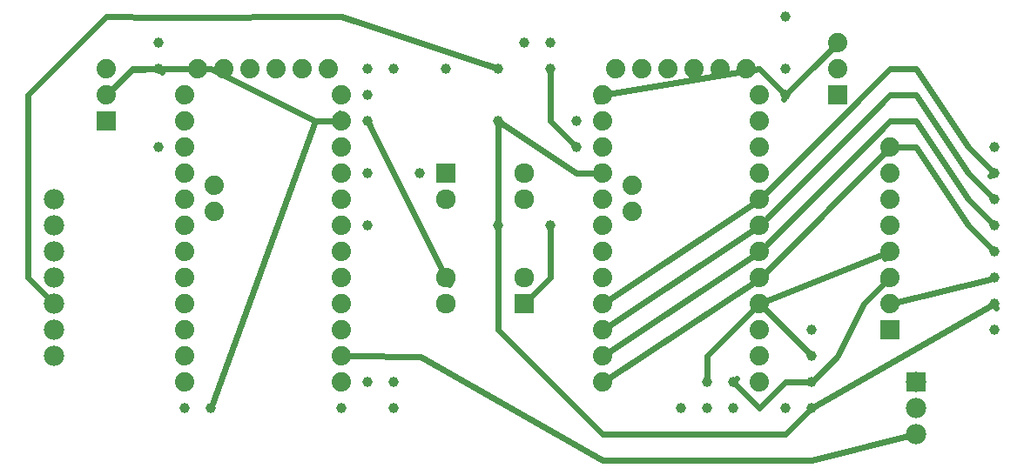
<source format=gbl>
G04 MADE WITH FRITZING*
G04 WWW.FRITZING.ORG*
G04 DOUBLE SIDED*
G04 HOLES PLATED*
G04 CONTOUR ON CENTER OF CONTOUR VECTOR*
%ASAXBY*%
%FSLAX23Y23*%
%MOIN*%
%OFA0B0*%
%SFA1.0B1.0*%
%ADD10C,0.074000*%
%ADD11C,0.078000*%
%ADD12C,0.075667*%
%ADD13C,0.075695*%
%ADD14C,0.039370*%
%ADD15R,0.078000X0.078000*%
%ADD16R,0.075667X0.075667*%
%ADD17R,0.074000X0.074000*%
%ADD18C,0.024000*%
%ADD19R,0.001000X0.001000*%
%LNCOPPER0*%
G90*
G70*
G54D10*
X2311Y1621D03*
X2411Y1621D03*
X2511Y1621D03*
X2611Y1621D03*
X2711Y1621D03*
X2811Y1621D03*
X2261Y1521D03*
X2261Y1421D03*
X2261Y1321D03*
X2261Y1221D03*
X2261Y1121D03*
X2376Y1176D03*
X2376Y1076D03*
X2261Y1021D03*
X2261Y921D03*
X2261Y821D03*
X2261Y721D03*
X2261Y621D03*
X2261Y521D03*
X2261Y421D03*
X2861Y421D03*
X2861Y521D03*
X2861Y621D03*
X2861Y721D03*
X2861Y821D03*
X2861Y921D03*
X2861Y1021D03*
X2861Y1121D03*
X2861Y1221D03*
X2861Y1321D03*
X2861Y1421D03*
X2861Y1521D03*
X2311Y1621D03*
X2411Y1621D03*
X2511Y1621D03*
X2611Y1621D03*
X2711Y1621D03*
X2811Y1621D03*
X2261Y1521D03*
X2261Y1421D03*
X2261Y1321D03*
X2261Y1221D03*
X2261Y1121D03*
X2376Y1176D03*
X2376Y1076D03*
X2261Y1021D03*
X2261Y921D03*
X2261Y821D03*
X2261Y721D03*
X2261Y621D03*
X2261Y521D03*
X2261Y421D03*
X2861Y421D03*
X2861Y521D03*
X2861Y621D03*
X2861Y721D03*
X2861Y821D03*
X2861Y921D03*
X2861Y1021D03*
X2861Y1121D03*
X2861Y1221D03*
X2861Y1321D03*
X2861Y1421D03*
X2861Y1521D03*
G54D11*
X161Y521D03*
X161Y621D03*
X161Y721D03*
X161Y821D03*
X161Y921D03*
X161Y1021D03*
X161Y1121D03*
G54D10*
X361Y1421D03*
X361Y1521D03*
X361Y1621D03*
X3161Y1521D03*
X3161Y1621D03*
X3161Y1721D03*
G54D11*
X3461Y421D03*
X3461Y321D03*
X3461Y221D03*
G54D12*
X1961Y721D03*
X1662Y721D03*
G54D13*
X1961Y821D03*
X1661Y821D03*
G54D12*
X1661Y1221D03*
X1960Y1221D03*
G54D13*
X1661Y1121D03*
X1961Y1121D03*
G54D14*
X1561Y1221D03*
X1361Y1521D03*
X561Y1321D03*
X1861Y1422D03*
X1361Y1421D03*
X1361Y1221D03*
X761Y321D03*
X1261Y321D03*
X661Y321D03*
X561Y1721D03*
X1361Y421D03*
X561Y1621D03*
G54D10*
X711Y1621D03*
X811Y1621D03*
X911Y1621D03*
X1011Y1621D03*
X1111Y1621D03*
X1211Y1621D03*
X661Y1521D03*
X661Y1421D03*
X661Y1321D03*
X661Y1221D03*
X661Y1121D03*
X776Y1176D03*
X776Y1076D03*
X661Y1021D03*
X661Y921D03*
X661Y821D03*
X661Y721D03*
X661Y621D03*
X661Y521D03*
X661Y421D03*
X1261Y421D03*
X1261Y521D03*
X1261Y621D03*
X1261Y721D03*
X1261Y821D03*
X1261Y921D03*
X1261Y1021D03*
X1261Y1121D03*
X1261Y1221D03*
X1261Y1321D03*
X1261Y1421D03*
X1261Y1521D03*
X711Y1621D03*
X811Y1621D03*
X911Y1621D03*
X1011Y1621D03*
X1111Y1621D03*
X1211Y1621D03*
X661Y1521D03*
X661Y1421D03*
X661Y1321D03*
X661Y1221D03*
X661Y1121D03*
X776Y1176D03*
X776Y1076D03*
X661Y1021D03*
X661Y921D03*
X661Y821D03*
X661Y721D03*
X661Y621D03*
X661Y521D03*
X661Y421D03*
X1261Y421D03*
X1261Y521D03*
X1261Y621D03*
X1261Y721D03*
X1261Y821D03*
X1261Y921D03*
X1261Y1021D03*
X1261Y1121D03*
X1261Y1221D03*
X1261Y1321D03*
X1261Y1421D03*
X1261Y1521D03*
G54D14*
X2161Y1321D03*
X3061Y321D03*
X2961Y321D03*
X2761Y321D03*
X3061Y621D03*
X2661Y321D03*
X2561Y321D03*
X3061Y521D03*
X3061Y421D03*
X2661Y421D03*
X2761Y421D03*
X3761Y1321D03*
X3761Y721D03*
X3761Y1121D03*
X3761Y1021D03*
X3761Y921D03*
X3761Y621D03*
X3761Y1221D03*
X3761Y821D03*
X2161Y1421D03*
X2061Y1021D03*
X1861Y1021D03*
X1361Y1021D03*
G54D10*
X3361Y721D03*
X3361Y821D03*
X3361Y921D03*
X3361Y1021D03*
X3361Y1121D03*
X3361Y1221D03*
X3361Y1321D03*
X3361Y721D03*
X3361Y821D03*
X3361Y921D03*
X3361Y1021D03*
X3361Y1121D03*
X3361Y1221D03*
X3361Y1321D03*
G54D14*
X1461Y321D03*
X1461Y421D03*
X2061Y1621D03*
X1461Y1621D03*
X1361Y1621D03*
X1961Y1721D03*
X2061Y1721D03*
X1661Y1621D03*
X1861Y1621D03*
X2961Y1621D03*
X2961Y1521D03*
X2961Y1821D03*
G54D15*
X3461Y421D03*
G54D16*
X1961Y721D03*
X1661Y1221D03*
G54D17*
X3361Y621D03*
X3361Y621D03*
G54D18*
X761Y1620D02*
X562Y1620D01*
D02*
X761Y1620D02*
X761Y1620D01*
D02*
X1256Y1451D02*
X1261Y1421D01*
D02*
X1162Y1421D02*
X761Y1620D01*
D02*
X1261Y1421D02*
X1162Y1421D01*
D02*
X562Y1620D02*
X462Y1619D01*
D02*
X462Y1619D02*
X383Y1542D01*
D02*
X3062Y120D02*
X3062Y120D01*
D02*
X3062Y120D02*
X2276Y120D01*
D02*
X3432Y213D02*
X3062Y120D01*
D02*
X2262Y120D02*
X1563Y519D01*
D02*
X2276Y120D02*
X2262Y120D01*
D02*
X1563Y519D02*
X1292Y521D01*
D02*
X1162Y1421D02*
X1261Y1421D01*
D02*
X768Y339D02*
X1162Y1421D01*
D02*
X1261Y1421D02*
X1256Y1451D01*
D02*
X575Y1607D02*
X562Y1620D01*
D02*
X562Y1620D02*
X462Y1620D01*
D02*
X462Y1620D02*
X383Y1542D01*
D02*
X2261Y1221D02*
X2241Y1245D01*
D02*
X2261Y1221D02*
X2261Y1221D01*
D02*
X1875Y1408D02*
X1862Y1420D01*
D02*
X1862Y1420D02*
X2161Y1221D01*
D02*
X2161Y1221D02*
X2261Y1221D01*
D02*
X1861Y1403D02*
X1861Y1040D01*
D02*
X2061Y1002D02*
X2062Y820D01*
D02*
X2062Y820D02*
X1981Y740D01*
D02*
X1362Y1420D02*
X1662Y820D01*
D02*
X1662Y820D02*
X1675Y796D01*
D02*
X1370Y1404D02*
X1362Y1420D01*
D02*
X3760Y1220D02*
X3745Y1211D01*
D02*
X3661Y1321D02*
X3760Y1220D01*
D02*
X3462Y1621D02*
X3661Y1321D01*
D02*
X3361Y1621D02*
X3462Y1621D01*
D02*
X3261Y1521D02*
X3262Y1521D01*
D02*
X2863Y1120D02*
X3261Y1521D01*
D02*
X3262Y1521D02*
X3262Y1520D01*
D02*
X3262Y1520D02*
X3361Y1621D01*
D02*
X2287Y738D02*
X2863Y1120D01*
D02*
X3161Y522D02*
X3063Y420D01*
D02*
X2962Y420D02*
X2862Y320D01*
D02*
X2862Y320D02*
X2762Y421D01*
D02*
X3063Y420D02*
X2962Y420D01*
D02*
X3262Y720D02*
X3161Y522D01*
D02*
X3360Y820D02*
X3262Y720D01*
D02*
X3360Y820D02*
X3360Y820D01*
D02*
X2762Y421D02*
X2775Y434D01*
D02*
X3333Y807D02*
X3360Y820D01*
D02*
X2862Y720D02*
X3360Y920D01*
D02*
X3063Y520D02*
X2862Y720D01*
D02*
X2862Y720D02*
X3063Y520D01*
D02*
X2661Y440D02*
X2662Y520D01*
D02*
X3360Y920D02*
X3342Y896D01*
D02*
X2961Y221D02*
X2261Y221D01*
D02*
X3062Y322D02*
X2961Y221D01*
D02*
X1860Y622D02*
X1861Y1002D01*
D02*
X2261Y221D02*
X1860Y622D01*
D02*
X3768Y703D02*
X3761Y720D01*
D02*
X3761Y720D02*
X3062Y322D01*
D02*
X2861Y1620D02*
X2961Y1522D01*
D02*
X2961Y1522D02*
X2961Y1520D01*
D02*
X2261Y1520D02*
X2861Y1620D01*
D02*
X2961Y1520D02*
X3061Y1620D01*
D02*
X3061Y1620D02*
X3140Y1699D01*
D02*
X2961Y1520D02*
X2961Y1520D01*
D02*
X2241Y1497D02*
X2261Y1520D01*
D02*
X3661Y1021D02*
X3462Y1320D01*
D02*
X3748Y934D02*
X3661Y1021D01*
D02*
X3462Y1320D02*
X3361Y1320D01*
D02*
X2863Y819D02*
X2287Y438D01*
D02*
X3361Y1320D02*
X2863Y819D01*
D02*
X3462Y1521D02*
X3661Y1222D01*
D02*
X3661Y1222D02*
X3748Y1134D01*
D02*
X3361Y1521D02*
X3462Y1521D01*
D02*
X2863Y1021D02*
X3361Y1521D01*
D02*
X2287Y638D02*
X2863Y1021D01*
D02*
X3661Y1121D02*
X3748Y1034D01*
D02*
X3462Y1421D02*
X3661Y1121D01*
D02*
X3361Y1421D02*
X3462Y1421D01*
D02*
X2863Y922D02*
X3361Y1421D01*
D02*
X2287Y538D02*
X2863Y922D01*
D02*
X3392Y728D02*
X3743Y816D01*
D02*
X362Y1820D02*
X563Y1819D01*
D02*
X62Y1520D02*
X362Y1820D01*
D02*
X1261Y1820D02*
X1843Y1627D01*
D02*
X563Y1819D02*
X1261Y1820D01*
D02*
X60Y820D02*
X62Y1520D01*
D02*
X140Y742D02*
X60Y820D01*
D02*
X2061Y1602D02*
X2061Y1421D01*
D02*
X2061Y1421D02*
X2148Y1334D01*
D02*
X2956Y1503D02*
X2961Y1520D01*
D02*
X2961Y1520D02*
X3061Y1620D01*
D02*
X3061Y1620D02*
X3140Y1699D01*
D02*
X2961Y1520D02*
X2961Y1520D01*
D02*
X2662Y520D02*
X2862Y720D01*
D02*
X2762Y421D02*
X2762Y421D01*
G54D19*
X3124Y1558D02*
X3197Y1558D01*
X3124Y1557D02*
X3197Y1557D01*
X3124Y1556D02*
X3197Y1556D01*
X3124Y1555D02*
X3197Y1555D01*
X3124Y1554D02*
X3197Y1554D01*
X3124Y1553D02*
X3197Y1553D01*
X3124Y1552D02*
X3197Y1552D01*
X3124Y1551D02*
X3197Y1551D01*
X3124Y1550D02*
X3197Y1550D01*
X3124Y1549D02*
X3197Y1549D01*
X3124Y1548D02*
X3197Y1548D01*
X3124Y1547D02*
X3197Y1547D01*
X3124Y1546D02*
X3197Y1546D01*
X3124Y1545D02*
X3197Y1545D01*
X3124Y1544D02*
X3197Y1544D01*
X3124Y1543D02*
X3197Y1543D01*
X3124Y1542D02*
X3197Y1542D01*
X3124Y1541D02*
X3156Y1541D01*
X3165Y1541D02*
X3197Y1541D01*
X3124Y1540D02*
X3153Y1540D01*
X3169Y1540D02*
X3197Y1540D01*
X3124Y1539D02*
X3151Y1539D01*
X3171Y1539D02*
X3197Y1539D01*
X3124Y1538D02*
X3149Y1538D01*
X3172Y1538D02*
X3197Y1538D01*
X3124Y1537D02*
X3148Y1537D01*
X3174Y1537D02*
X3197Y1537D01*
X3124Y1536D02*
X3147Y1536D01*
X3175Y1536D02*
X3197Y1536D01*
X3124Y1535D02*
X3146Y1535D01*
X3176Y1535D02*
X3197Y1535D01*
X3124Y1534D02*
X3145Y1534D01*
X3177Y1534D02*
X3197Y1534D01*
X3124Y1533D02*
X3144Y1533D01*
X3177Y1533D02*
X3197Y1533D01*
X3124Y1532D02*
X3144Y1532D01*
X3178Y1532D02*
X3197Y1532D01*
X3124Y1531D02*
X3143Y1531D01*
X3179Y1531D02*
X3197Y1531D01*
X3124Y1530D02*
X3142Y1530D01*
X3179Y1530D02*
X3197Y1530D01*
X3124Y1529D02*
X3142Y1529D01*
X3180Y1529D02*
X3197Y1529D01*
X3124Y1528D02*
X3142Y1528D01*
X3180Y1528D02*
X3197Y1528D01*
X3124Y1527D02*
X3141Y1527D01*
X3180Y1527D02*
X3197Y1527D01*
X3124Y1526D02*
X3141Y1526D01*
X3181Y1526D02*
X3197Y1526D01*
X3124Y1525D02*
X3141Y1525D01*
X3181Y1525D02*
X3197Y1525D01*
X3124Y1524D02*
X3141Y1524D01*
X3181Y1524D02*
X3197Y1524D01*
X3124Y1523D02*
X3141Y1523D01*
X3181Y1523D02*
X3197Y1523D01*
X3124Y1522D02*
X3141Y1522D01*
X3181Y1522D02*
X3197Y1522D01*
X3124Y1521D02*
X3141Y1521D01*
X3181Y1521D02*
X3197Y1521D01*
X3124Y1520D02*
X3141Y1520D01*
X3181Y1520D02*
X3197Y1520D01*
X3124Y1519D02*
X3141Y1519D01*
X3181Y1519D02*
X3197Y1519D01*
X3124Y1518D02*
X3141Y1518D01*
X3181Y1518D02*
X3197Y1518D01*
X3124Y1517D02*
X3141Y1517D01*
X3180Y1517D02*
X3197Y1517D01*
X3124Y1516D02*
X3142Y1516D01*
X3180Y1516D02*
X3197Y1516D01*
X3124Y1515D02*
X3142Y1515D01*
X3180Y1515D02*
X3197Y1515D01*
X3124Y1514D02*
X3142Y1514D01*
X3179Y1514D02*
X3197Y1514D01*
X3124Y1513D02*
X3143Y1513D01*
X3179Y1513D02*
X3197Y1513D01*
X3124Y1512D02*
X3143Y1512D01*
X3178Y1512D02*
X3197Y1512D01*
X3124Y1511D02*
X3144Y1511D01*
X3178Y1511D02*
X3197Y1511D01*
X3124Y1510D02*
X3145Y1510D01*
X3177Y1510D02*
X3197Y1510D01*
X3124Y1509D02*
X3145Y1509D01*
X3176Y1509D02*
X3197Y1509D01*
X3124Y1508D02*
X3146Y1508D01*
X3175Y1508D02*
X3197Y1508D01*
X3124Y1507D02*
X3147Y1507D01*
X3174Y1507D02*
X3197Y1507D01*
X3124Y1506D02*
X3149Y1506D01*
X3173Y1506D02*
X3197Y1506D01*
X3124Y1505D02*
X3150Y1505D01*
X3171Y1505D02*
X3197Y1505D01*
X3124Y1504D02*
X3152Y1504D01*
X3170Y1504D02*
X3197Y1504D01*
X3124Y1503D02*
X3155Y1503D01*
X3167Y1503D02*
X3197Y1503D01*
X3124Y1502D02*
X3197Y1502D01*
X3124Y1501D02*
X3197Y1501D01*
X3124Y1500D02*
X3197Y1500D01*
X3124Y1499D02*
X3197Y1499D01*
X3124Y1498D02*
X3197Y1498D01*
X3124Y1497D02*
X3197Y1497D01*
X3124Y1496D02*
X3197Y1496D01*
X3124Y1495D02*
X3197Y1495D01*
X3124Y1494D02*
X3197Y1494D01*
X3124Y1493D02*
X3197Y1493D01*
X3124Y1492D02*
X3197Y1492D01*
X3124Y1491D02*
X3197Y1491D01*
X3124Y1490D02*
X3197Y1490D01*
X3124Y1489D02*
X3197Y1489D01*
X3124Y1488D02*
X3197Y1488D01*
X3124Y1487D02*
X3197Y1487D01*
X3124Y1486D02*
X3197Y1486D01*
X3125Y1485D02*
X3197Y1485D01*
X324Y1458D02*
X397Y1458D01*
X324Y1457D02*
X397Y1457D01*
X324Y1456D02*
X397Y1456D01*
X324Y1455D02*
X397Y1455D01*
X324Y1454D02*
X397Y1454D01*
X324Y1453D02*
X397Y1453D01*
X324Y1452D02*
X397Y1452D01*
X324Y1451D02*
X397Y1451D01*
X324Y1450D02*
X397Y1450D01*
X324Y1449D02*
X397Y1449D01*
X324Y1448D02*
X397Y1448D01*
X324Y1447D02*
X397Y1447D01*
X324Y1446D02*
X397Y1446D01*
X324Y1445D02*
X397Y1445D01*
X324Y1444D02*
X397Y1444D01*
X324Y1443D02*
X397Y1443D01*
X324Y1442D02*
X397Y1442D01*
X324Y1441D02*
X356Y1441D01*
X366Y1441D02*
X397Y1441D01*
X324Y1440D02*
X353Y1440D01*
X369Y1440D02*
X397Y1440D01*
X324Y1439D02*
X351Y1439D01*
X371Y1439D02*
X397Y1439D01*
X324Y1438D02*
X349Y1438D01*
X372Y1438D02*
X397Y1438D01*
X324Y1437D02*
X348Y1437D01*
X374Y1437D02*
X397Y1437D01*
X324Y1436D02*
X347Y1436D01*
X375Y1436D02*
X397Y1436D01*
X324Y1435D02*
X346Y1435D01*
X376Y1435D02*
X397Y1435D01*
X324Y1434D02*
X345Y1434D01*
X377Y1434D02*
X397Y1434D01*
X324Y1433D02*
X344Y1433D01*
X377Y1433D02*
X397Y1433D01*
X324Y1432D02*
X344Y1432D01*
X378Y1432D02*
X397Y1432D01*
X324Y1431D02*
X343Y1431D01*
X379Y1431D02*
X397Y1431D01*
X324Y1430D02*
X342Y1430D01*
X379Y1430D02*
X397Y1430D01*
X324Y1429D02*
X342Y1429D01*
X380Y1429D02*
X397Y1429D01*
X324Y1428D02*
X342Y1428D01*
X380Y1428D02*
X397Y1428D01*
X324Y1427D02*
X341Y1427D01*
X380Y1427D02*
X397Y1427D01*
X324Y1426D02*
X341Y1426D01*
X381Y1426D02*
X397Y1426D01*
X324Y1425D02*
X341Y1425D01*
X381Y1425D02*
X397Y1425D01*
X324Y1424D02*
X341Y1424D01*
X381Y1424D02*
X397Y1424D01*
X324Y1423D02*
X341Y1423D01*
X381Y1423D02*
X397Y1423D01*
X324Y1422D02*
X341Y1422D01*
X381Y1422D02*
X397Y1422D01*
X324Y1421D02*
X341Y1421D01*
X381Y1421D02*
X397Y1421D01*
X324Y1420D02*
X341Y1420D01*
X381Y1420D02*
X397Y1420D01*
X324Y1419D02*
X341Y1419D01*
X381Y1419D02*
X397Y1419D01*
X324Y1418D02*
X341Y1418D01*
X381Y1418D02*
X397Y1418D01*
X324Y1417D02*
X341Y1417D01*
X380Y1417D02*
X397Y1417D01*
X324Y1416D02*
X342Y1416D01*
X380Y1416D02*
X397Y1416D01*
X324Y1415D02*
X342Y1415D01*
X380Y1415D02*
X397Y1415D01*
X324Y1414D02*
X342Y1414D01*
X379Y1414D02*
X397Y1414D01*
X324Y1413D02*
X343Y1413D01*
X379Y1413D02*
X397Y1413D01*
X324Y1412D02*
X343Y1412D01*
X378Y1412D02*
X397Y1412D01*
X324Y1411D02*
X344Y1411D01*
X378Y1411D02*
X397Y1411D01*
X324Y1410D02*
X345Y1410D01*
X377Y1410D02*
X397Y1410D01*
X324Y1409D02*
X345Y1409D01*
X376Y1409D02*
X397Y1409D01*
X324Y1408D02*
X346Y1408D01*
X375Y1408D02*
X397Y1408D01*
X324Y1407D02*
X347Y1407D01*
X374Y1407D02*
X397Y1407D01*
X324Y1406D02*
X349Y1406D01*
X373Y1406D02*
X397Y1406D01*
X324Y1405D02*
X350Y1405D01*
X371Y1405D02*
X397Y1405D01*
X324Y1404D02*
X352Y1404D01*
X370Y1404D02*
X397Y1404D01*
X324Y1403D02*
X355Y1403D01*
X367Y1403D02*
X397Y1403D01*
X324Y1402D02*
X397Y1402D01*
X324Y1401D02*
X397Y1401D01*
X324Y1400D02*
X397Y1400D01*
X324Y1399D02*
X397Y1399D01*
X324Y1398D02*
X397Y1398D01*
X324Y1397D02*
X397Y1397D01*
X324Y1396D02*
X397Y1396D01*
X324Y1395D02*
X397Y1395D01*
X324Y1394D02*
X397Y1394D01*
X324Y1393D02*
X397Y1393D01*
X324Y1392D02*
X397Y1392D01*
X324Y1391D02*
X397Y1391D01*
X324Y1390D02*
X397Y1390D01*
X324Y1389D02*
X397Y1389D01*
X324Y1388D02*
X397Y1388D01*
X324Y1387D02*
X397Y1387D01*
X324Y1386D02*
X397Y1386D01*
X325Y1385D02*
X397Y1385D01*
D02*
G04 End of Copper0*
M02*
</source>
